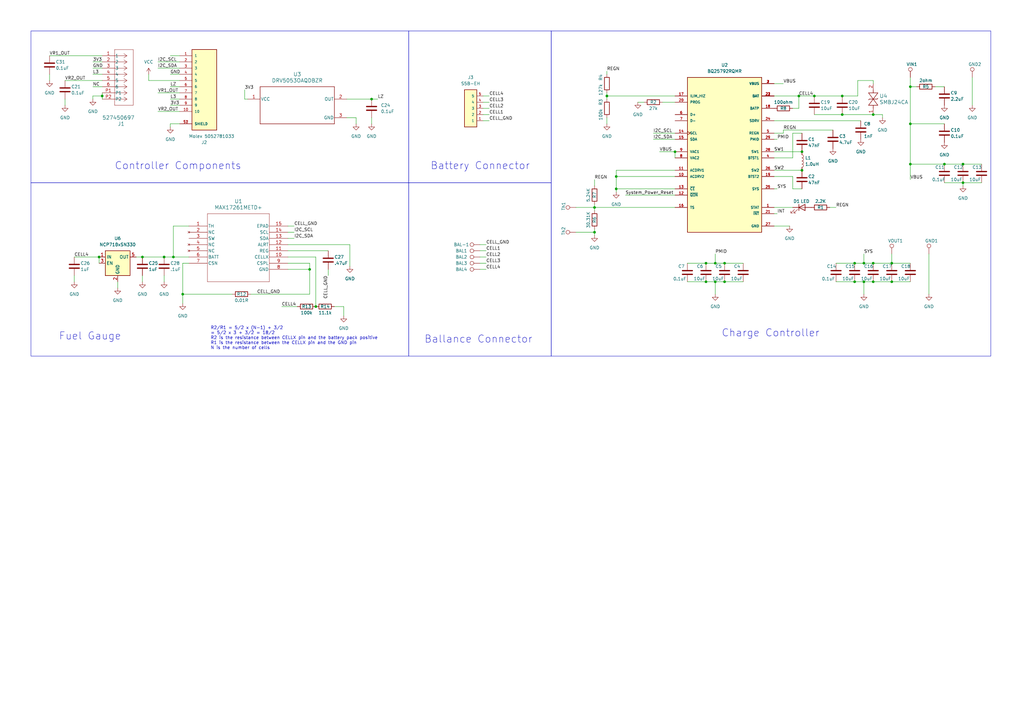
<source format=kicad_sch>
(kicad_sch (version 20230121) (generator eeschema)
  (paper "A3")
  (lib_symbols
    (symbol "2023-06-25_22-00-34:527450697" (pin_names (offset 0.254))
      (property "Reference" "J" (at 8.89 6.35 0))
      (property "Value" "527450697" (at 0 0 0))
      (symbol "527450697_1_1"
        (polyline (pts (xy 5.08 -20.32) (xy 12.7 -20.32)) (stroke (width 0.127)))
        (polyline (pts (xy 5.08 2.54) (xy 5.08 -20.32)) (stroke (width 0.127)))
        (polyline (pts (xy 10.16 -17.78) (xy 5.08 -17.78)) (stroke (width 0.127)))
        (polyline (pts (xy 10.16 -17.78) (xy 8.89 -18.6267)) (stroke (width 0.127)))
        (polyline (pts (xy 10.16 -17.78) (xy 8.89 -16.9333)) (stroke (width 0.127)))
        (polyline (pts (xy 10.16 -15.24) (xy 5.08 -15.24)) (stroke (width 0.127)))
        (polyline (pts (xy 10.16 -15.24) (xy 8.89 -16.0867)) (stroke (width 0.127)))
        (polyline (pts (xy 10.16 -15.24) (xy 8.89 -14.3933)) (stroke (width 0.127)))
        (polyline (pts (xy 10.16 -12.7) (xy 5.08 -12.7)) (stroke (width 0.127)))
        (polyline (pts (xy 10.16 -12.7) (xy 8.89 -13.5467)) (stroke (width 0.127)))
        (polyline (pts (xy 10.16 -12.7) (xy 8.89 -11.8533)) (stroke (width 0.127)))
        (polyline (pts (xy 10.16 -10.16) (xy 5.08 -10.16)) (stroke (width 0.127)))
        (polyline (pts (xy 10.16 -10.16) (xy 8.89 -11.0067)) (stroke (width 0.127)))
        (polyline (pts (xy 10.16 -10.16) (xy 8.89 -9.3133)) (stroke (width 0.127)))
        (polyline (pts (xy 10.16 -7.62) (xy 5.08 -7.62)) (stroke (width 0.127)))
        (polyline (pts (xy 10.16 -7.62) (xy 8.89 -8.4667)) (stroke (width 0.127)))
        (polyline (pts (xy 10.16 -7.62) (xy 8.89 -6.7733)) (stroke (width 0.127)))
        (polyline (pts (xy 10.16 -5.08) (xy 5.08 -5.08)) (stroke (width 0.127)))
        (polyline (pts (xy 10.16 -5.08) (xy 8.89 -5.9267)) (stroke (width 0.127)))
        (polyline (pts (xy 10.16 -5.08) (xy 8.89 -4.2333)) (stroke (width 0.127)))
        (polyline (pts (xy 10.16 -2.54) (xy 5.08 -2.54)) (stroke (width 0.127)))
        (polyline (pts (xy 10.16 -2.54) (xy 8.89 -3.3867)) (stroke (width 0.127)))
        (polyline (pts (xy 10.16 -2.54) (xy 8.89 -1.6933)) (stroke (width 0.127)))
        (polyline (pts (xy 10.16 0) (xy 5.08 0)) (stroke (width 0.127)))
        (polyline (pts (xy 10.16 0) (xy 8.89 -0.8467)) (stroke (width 0.127)))
        (polyline (pts (xy 10.16 0) (xy 8.89 0.8467)) (stroke (width 0.127)))
        (polyline (pts (xy 12.7 -20.32) (xy 12.7 2.54)) (stroke (width 0.127)))
        (polyline (pts (xy 12.7 2.54) (xy 5.08 2.54)) (stroke (width 0.127)))
        (pin unspecified line (at 0 0 0) (length 5.08) (name "1") (number "1"))
        (pin unspecified line (at 0 -2.54 0) (length 5.08) (name "2") (number "2"))
        (pin unspecified line (at 0 -5.08 0) (length 5.08) (name "3") (number "3"))
        (pin unspecified line (at 0 -7.62 0) (length 5.08) (name "4") (number "4"))
        (pin unspecified line (at 0 -10.16 0) (length 5.08) (name "5") (number "5"))
        (pin unspecified line (at 0 -12.7 0) (length 5.08) (name "6") (number "6"))
        (pin unspecified line (at 0 -15.24 0) (length 5.08) (name "P1") (number "P1"))
        (pin unspecified line (at 0 -17.78 0) (length 5.08) (name "P2") (number "P2"))
      )
      (symbol "527450697_1_2"
        (polyline (pts (xy 5.08 -20.32) (xy 12.7 -20.32)) (stroke (width 0.127)))
        (polyline (pts (xy 5.08 2.54) (xy 5.08 -20.32)) (stroke (width 0.127)))
        (polyline (pts (xy 7.62 -17.78) (xy 5.08 -17.78)) (stroke (width 0.127)))
        (polyline (pts (xy 7.62 -17.78) (xy 8.89 -18.6267)) (stroke (width 0.127)))
        (polyline (pts (xy 7.62 -17.78) (xy 8.89 -16.9333)) (stroke (width 0.127)))
        (polyline (pts (xy 7.62 -15.24) (xy 5.08 -15.24)) (stroke (width 0.127)))
        (polyline (pts (xy 7.62 -15.24) (xy 8.89 -16.0867)) (stroke (width 0.127)))
        (polyline (pts (xy 7.62 -15.24) (xy 8.89 -14.3933)) (stroke (width 0.127)))
        (polyline (pts (xy 7.62 -12.7) (xy 5.08 -12.7)) (stroke (width 0.127)))
        (polyline (pts (xy 7.62 -12.7) (xy 8.89 -13.5467)) (stroke (width 0.127)))
        (polyline (pts (xy 7.62 -12.7) (xy 8.89 -11.8533)) (stroke (width 0.127)))
        (polyline (pts (xy 7.62 -10.16) (xy 5.08 -10.16)) (stroke (width 0.127)))
        (polyline (pts (xy 7.62 -10.16) (xy 8.89 -11.0067)) (stroke (width 0.127)))
        (polyline (pts (xy 7.62 -10.16) (xy 8.89 -9.3133)) (stroke (width 0.127)))
        (polyline (pts (xy 7.62 -7.62) (xy 5.08 -7.62)) (stroke (width 0.127)))
        (polyline (pts (xy 7.62 -7.62) (xy 8.89 -8.4667)) (stroke (width 0.127)))
        (polyline (pts (xy 7.62 -7.62) (xy 8.89 -6.7733)) (stroke (width 0.127)))
        (polyline (pts (xy 7.62 -5.08) (xy 5.08 -5.08)) (stroke (width 0.127)))
        (polyline (pts (xy 7.62 -5.08) (xy 8.89 -5.9267)) (stroke (width 0.127)))
        (polyline (pts (xy 7.62 -5.08) (xy 8.89 -4.2333)) (stroke (width 0.127)))
        (polyline (pts (xy 7.62 -2.54) (xy 5.08 -2.54)) (stroke (width 0.127)))
        (polyline (pts (xy 7.62 -2.54) (xy 8.89 -3.3867)) (stroke (width 0.127)))
        (polyline (pts (xy 7.62 -2.54) (xy 8.89 -1.6933)) (stroke (width 0.127)))
        (polyline (pts (xy 7.62 0) (xy 5.08 0)) (stroke (width 0.127)))
        (polyline (pts (xy 7.62 0) (xy 8.89 -0.8467)) (stroke (width 0.127)))
        (polyline (pts (xy 7.62 0) (xy 8.89 0.8467)) (stroke (width 0.127)))
        (polyline (pts (xy 12.7 -20.32) (xy 12.7 2.54)) (stroke (width 0.127)))
        (polyline (pts (xy 12.7 2.54) (xy 5.08 2.54)) (stroke (width 0.127)))
        (pin unspecified line (at 0 0 0) (length 5.08) (name "1") (number "1"))
        (pin unspecified line (at 0 -2.54 0) (length 5.08) (name "2") (number "2"))
        (pin unspecified line (at 0 -5.08 0) (length 5.08) (name "3") (number "3"))
        (pin unspecified line (at 0 -7.62 0) (length 5.08) (name "4") (number "4"))
        (pin unspecified line (at 0 -10.16 0) (length 5.08) (name "5") (number "5"))
        (pin unspecified line (at 0 -12.7 0) (length 5.08) (name "6") (number "6"))
        (pin unspecified line (at 0 -15.24 0) (length 5.08) (name "P1") (number "P1"))
        (pin unspecified line (at 0 -17.78 0) (length 5.08) (name "P2") (number "P2"))
      )
    )
    (symbol "BQ25792RQMR:BQ25792RQMR" (pin_names (offset 1.016))
      (property "Reference" "U" (at -15.24 35.56 0))
      (property "Value" "BQ25792RQMR" (at -15.24 -33.02 0))
      (symbol "BQ25792RQMR_0_0"
        (rectangle (start -15.24 -30.48) (end 15.24 33.02) (stroke (width 0.254)) (fill (type background)))
        (pin output line (at 20.32 -20.32 180) (length 5.08) (name "STAT") (number "1"))
        (pin power_in line (at -20.32 -7.62 0) (length 5.08) (name "ACDRV2") (number "10"))
        (pin power_in line (at -20.32 -5.08 0) (length 5.08) (name "ACDRV1") (number "11"))
        (pin input line (at -20.32 -15.24 0) (length 5.08) (name "~{QON}") (number "12"))
        (pin input line (at -20.32 -12.7 0) (length 5.08) (name "~{CE}") (number "13"))
        (pin input clock (at -20.32 10.16 0) (length 5.08) (name "SCL") (number "14"))
        (pin bidirectional line (at -20.32 7.62 0) (length 5.08) (name "SDA") (number "15"))
        (pin input line (at -20.32 -20.32 0) (length 5.08) (name "TS") (number "16"))
        (pin input line (at -20.32 25.4 0) (length 5.08) (name "ILIM_HIZ") (number "17"))
        (pin power_in line (at 20.32 20.32 180) (length 5.08) (name "BATP") (number "18"))
        (pin power_in line (at 20.32 -7.62 180) (length 5.08) (name "BTST2") (number "19"))
        (pin power_in line (at 20.32 30.48 180) (length 5.08) (name "VBUS") (number "2"))
        (pin input line (at -20.32 22.86 0) (length 5.08) (name "PROG") (number "20"))
        (pin output line (at 20.32 -22.86 180) (length 5.08) (name "~{INT}") (number "21"))
        (pin power_in line (at 20.32 25.4 180) (length 5.08) (name "BAT") (number "22"))
        (pin power_in line (at 20.32 25.4 180) (length 5.08) (name "BAT") (number "23"))
        (pin power_in line (at 20.32 15.24 180) (length 5.08) (name "SDRV") (number "24"))
        (pin power_in line (at 20.32 -12.7 180) (length 5.08) (name "SYS") (number "25"))
        (pin power_in line (at 20.32 -5.08 180) (length 5.08) (name "SW2") (number "26"))
        (pin power_in line (at 20.32 -27.94 180) (length 5.08) (name "GND") (number "27"))
        (pin power_in line (at 20.32 2.54 180) (length 5.08) (name "SW1") (number "28"))
        (pin power_in line (at 20.32 7.62 180) (length 5.08) (name "PMID") (number "29"))
        (pin power_in line (at 20.32 30.48 180) (length 5.08) (name "VBUS") (number "3"))
        (pin power_in line (at 20.32 0 180) (length 5.08) (name "BTST1") (number "4"))
        (pin power_in line (at 20.32 10.16 180) (length 5.08) (name "REGN") (number "5"))
        (pin bidirectional line (at -20.32 17.78 0) (length 5.08) (name "D+") (number "6"))
        (pin bidirectional line (at -20.32 15.24 0) (length 5.08) (name "D-") (number "7"))
        (pin power_in line (at -20.32 0 0) (length 5.08) (name "VAC2") (number "8"))
        (pin power_in line (at -20.32 2.54 0) (length 5.08) (name "VAC1") (number "9"))
      )
    )
    (symbol "Connector:TestPoint" (pin_numbers hide) (pin_names (offset 0.762) hide)
      (property "Reference" "TP" (at 0 6.858 0))
      (property "Value" "TestPoint" (at 0 5.08 0))
      (symbol "TestPoint_0_1"
        (circle (center 0 3.302) (radius 0.762))
      )
      (symbol "TestPoint_1_1"
        (pin passive line (at 0 0 90) (length 2.54) (name "1") (number "1"))
      )
    )
    (symbol "DRV5053OAQDBZR:DRV5053OAQDBZR" (pin_names (offset 0.254))
      (property "Reference" "U" (at 0 2.54 0))
      (property "Value" "DRV5053OAQDBZR" (at 0 0 0))
      (symbol "DRV5053OAQDBZR_0_1"
        (polyline (pts (xy -15.24 -7.62) (xy 15.24 -7.62)) (stroke (width 0.2032)))
        (polyline (pts (xy -15.24 7.62) (xy -15.24 -7.62)) (stroke (width 0.2032)))
        (polyline (pts (xy 15.24 -7.62) (xy 15.24 7.62)) (stroke (width 0.2032)))
        (polyline (pts (xy 15.24 7.62) (xy -15.24 7.62)) (stroke (width 0.2032)))
        (pin power_in line (at -20.32 2.54 0) (length 5.08) (name "VCC") (number "1"))
        (pin output line (at 20.32 2.54 180) (length 5.08) (name "OUT") (number "2"))
        (pin power_in line (at 20.32 -5.08 180) (length 5.08) (name "GND") (number "3"))
      )
    )
    (symbol "Device:C" (pin_numbers hide) (pin_names (offset 0.254))
      (property "Reference" "C" (at 0.635 2.54 0))
      (property "Value" "C" (at 0.635 -2.54 0))
      (symbol "C_0_1"
        (polyline (pts (xy -2.032 -0.762) (xy 2.032 -0.762)) (stroke (width 0.508)))
        (polyline (pts (xy -2.032 0.762) (xy 2.032 0.762)) (stroke (width 0.508)))
      )
      (symbol "C_1_1"
        (pin passive line (at 0 3.81 270) (length 2.794) (name "~") (number "1"))
        (pin passive line (at 0 -3.81 90) (length 2.794) (name "~") (number "2"))
      )
    )
    (symbol "Device:L" (pin_numbers hide) (pin_names (offset 1.016) hide)
      (property "Reference" "L" (at -1.27 0 90))
      (property "Value" "L" (at 1.905 0 90))
      (symbol "L_0_1"
        (arc (start 0 -2.54) (mid 0.6323 -1.905) (end 0 -1.27))
        (arc (start 0 -1.27) (mid 0.6323 -0.635) (end 0 0))
        (arc (start 0 0) (mid 0.6323 0.635) (end 0 1.27))
        (arc (start 0 1.27) (mid 0.6323 1.905) (end 0 2.54))
      )
      (symbol "L_1_1"
        (pin passive line (at 0 3.81 270) (length 1.27) (name "1") (number "1"))
        (pin passive line (at 0 -3.81 90) (length 1.27) (name "2") (number "2"))
      )
    )
    (symbol "Device:LED" (pin_numbers hide) (pin_names (offset 1.016) hide)
      (property "Reference" "D" (at 0 2.54 0))
      (property "Value" "LED" (at 0 -2.54 0))
      (symbol "LED_0_1"
        (polyline (pts (xy -1.27 -1.27) (xy -1.27 1.27)) (stroke (width 0.254)))
        (polyline (pts (xy -1.27 0) (xy 1.27 0)))
        (polyline (pts (xy 1.27 -1.27) (xy 1.27 1.27) (xy -1.27 0) (xy 1.27 -1.27)) (stroke (width 0.254)))
        (polyline (pts (xy -3.048 -0.762) (xy -4.572 -2.286) (xy -3.81 -2.286) (xy -4.572 -2.286) (xy -4.572 -1.524)))
        (polyline (pts (xy -1.778 -0.762) (xy -3.302 -2.286) (xy -2.54 -2.286) (xy -3.302 -2.286) (xy -3.302 -1.524)))
      )
      (symbol "LED_1_1"
        (pin passive line (at -3.81 0 0) (length 2.54) (name "K") (number "1"))
        (pin passive line (at 3.81 0 180) (length 2.54) (name "A") (number "2"))
      )
    )
    (symbol "Device:R" (pin_numbers hide) (pin_names (offset 0))
      (property "Reference" "R" (at 2.032 0 90))
      (property "Value" "R" (at 0 0 90))
      (symbol "R_0_1"
        (rectangle (start -1.016 -2.54) (end 1.016 2.54) (stroke (width 0.254)))
      )
      (symbol "R_1_1"
        (pin passive line (at 0 3.81 270) (length 1.27) (name "~") (number "1"))
        (pin passive line (at 0 -3.81 90) (length 1.27) (name "~") (number "2"))
      )
    )
    (symbol "FFC2B28-10-G:FFC2B28-10-G" (pin_names (offset 1.016))
      (property "Reference" "J" (at -5.08 16.002 0))
      (property "Value" "FFC2B28-10-G" (at -5.08 -20.32 0))
      (symbol "FFC2B28-10-G_0_0"
        (rectangle (start -5.08 -17.78) (end 5.08 15.24) (stroke (width 0.254)) (fill (type background)))
        (pin passive line (at -10.16 12.7 0) (length 5.08) (name "1") (number "1"))
        (pin passive line (at -10.16 -10.16 0) (length 5.08) (name "10") (number "10"))
        (pin passive line (at -10.16 10.16 0) (length 5.08) (name "2") (number "2"))
        (pin passive line (at -10.16 7.62 0) (length 5.08) (name "3") (number "3"))
        (pin passive line (at -10.16 5.08 0) (length 5.08) (name "4") (number "4"))
        (pin passive line (at -10.16 2.54 0) (length 5.08) (name "5") (number "5"))
        (pin passive line (at -10.16 0 0) (length 5.08) (name "6") (number "6"))
        (pin passive line (at -10.16 -2.54 0) (length 5.08) (name "7") (number "7"))
        (pin passive line (at -10.16 -5.08 0) (length 5.08) (name "8") (number "8"))
        (pin passive line (at -10.16 -7.62 0) (length 5.08) (name "9") (number "9"))
        (pin passive line (at -10.16 -15.24 0) (length 5.08) (name "SHIELD") (number "S1"))
        (pin passive line (at -10.16 -15.24 0) (length 5.08) (name "SHIELD") (number "S2"))
      )
    )
    (symbol "MAX17261METD:MAX17261METD+" (pin_names (offset 0.254))
      (property "Reference" "U" (at 20.32 10.16 0))
      (property "Value" "MAX17261METD+" (at 20.32 7.62 0))
      (symbol "MAX17261METD+_0_1"
        (polyline (pts (xy 7.62 -22.86) (xy 33.02 -22.86)) (stroke (width 0.127)))
        (polyline (pts (xy 7.62 5.08) (xy 7.62 -22.86)) (stroke (width 0.127)))
        (polyline (pts (xy 33.02 -22.86) (xy 33.02 5.08)) (stroke (width 0.127)))
        (polyline (pts (xy 33.02 5.08) (xy 7.62 5.08)) (stroke (width 0.127)))
        (pin unspecified line (at 0 0 0) (length 7.62) (name "TH") (number "1"))
        (pin unspecified line (at 40.64 -12.7 180) (length 7.62) (name "CELLX") (number "10"))
        (pin unspecified line (at 40.64 -10.16 180) (length 7.62) (name "REG") (number "11"))
        (pin unspecified line (at 40.64 -7.62 180) (length 7.62) (name "ALRT") (number "12"))
        (pin unspecified line (at 40.64 -5.08 180) (length 7.62) (name "SDA") (number "13"))
        (pin unspecified line (at 40.64 -2.54 180) (length 7.62) (name "SCL") (number "14"))
        (pin unspecified line (at 40.64 0 180) (length 7.62) (name "EPAD") (number "15"))
        (pin no_connect line (at 0 -2.54 0) (length 7.62) (name "NC") (number "2"))
        (pin unspecified line (at 0 -5.08 0) (length 7.62) (name "SW") (number "3"))
        (pin no_connect line (at 0 -7.62 0) (length 7.62) (name "NC") (number "4"))
        (pin no_connect line (at 0 -10.16 0) (length 7.62) (name "NC") (number "5"))
        (pin unspecified line (at 0 -12.7 0) (length 7.62) (name "BATT") (number "6"))
        (pin unspecified line (at 0 -15.24 0) (length 7.62) (name "CSN") (number "7"))
        (pin power_out line (at 40.64 -17.78 180) (length 7.62) (name "GND") (number "8"))
        (pin unspecified line (at 40.64 -15.24 180) (length 7.62) (name "CSPL") (number "9"))
      )
    )
    (symbol "Regulator_Linear:NCP718xSN330"
      (property "Reference" "U" (at -3.81 6.35 0))
      (property "Value" "NCP718xSN330" (at 6.35 6.35 0))
      (symbol "NCP718xSN330_0_1"
        (rectangle (start -5.08 -5.08) (end 5.08 5.08) (stroke (width 0.254)) (fill (type background)))
        (pin power_in line (at -7.62 2.54 0) (length 2.54) (name "IN") (number "1"))
        (pin power_in line (at 0 -7.62 90) (length 2.54) (name "GND") (number "2"))
        (pin input line (at -7.62 0 0) (length 2.54) (name "EN") (number "3"))
        (pin no_connect line (at 5.08 0 180) (length 2.54) hide (name "NC") (number "4"))
        (pin power_out line (at 7.62 2.54 180) (length 2.54) (name "OUT") (number "5"))
      )
    )
    (symbol "S5B-EH:S5B-EH" (pin_names (offset 1.016))
      (property "Reference" "J" (at -1.27 8.89 0))
      (property "Value" "S5B-EH" (at -1.27 -8.89 90))
      (symbol "S5B-EH_0_0"
        (rectangle (start 0 -7.62) (end 5.08 7.62) (stroke (width 0.254)) (fill (type background)))
        (pin passive line (at 7.62 -5.08 180) (length 2.54) (name "1") (number "1"))
        (pin passive line (at 7.62 -2.54 180) (length 2.54) (name "2") (number "2"))
        (pin passive line (at 7.62 0 180) (length 2.54) (name "3") (number "3"))
        (pin passive line (at 7.62 2.54 180) (length 2.54) (name "4") (number "4"))
        (pin passive line (at 7.62 5.08 180) (length 2.54) (name "5") (number "5"))
      )
    )
    (symbol "SMBJ24CA:SMBJ24CA" (pin_names (offset 0.254))
      (property "Reference" "U" (at 5.08 4.445 0))
      (property "Value" "SMBJ24CA" (at 5.08 -3.81 0))
      (symbol "SMBJ24CA_0_1"
        (polyline (pts (xy 2.54 0) (xy 3.4798 0)) (stroke (width 0.2032)))
        (polyline (pts (xy 3.175 0) (xy 3.81 0)) (stroke (width 0.2032)))
        (polyline (pts (xy 3.81 -1.905) (xy 6.35 0)) (stroke (width 0.2032)))
        (polyline (pts (xy 3.81 1.905) (xy 3.81 -1.905)) (stroke (width 0.2032)))
        (polyline (pts (xy 6.35 -1.5875) (xy 6.6675 -1.905)) (stroke (width 0.2032)))
        (polyline (pts (xy 6.35 0) (xy 3.81 1.905)) (stroke (width 0.2032)))
        (polyline (pts (xy 6.35 0) (xy 8.89 -1.905)) (stroke (width 0.2032)))
        (polyline (pts (xy 6.35 1.5875) (xy 6.0325 1.905)) (stroke (width 0.2032)))
        (polyline (pts (xy 6.35 1.5875) (xy 6.35 -1.5875)) (stroke (width 0.2032)))
        (polyline (pts (xy 8.89 -1.905) (xy 8.89 1.905)) (stroke (width 0.2032)))
        (polyline (pts (xy 8.89 0) (xy 10.16 0)) (stroke (width 0.2032)))
        (polyline (pts (xy 8.89 1.905) (xy 6.35 0)) (stroke (width 0.2032)))
        (pin unspecified line (at 12.7 0 180) (length 2.54) (name "") (number "1"))
        (pin unspecified line (at 0 0 0) (length 2.54) (name "") (number "2"))
      )
    )
    (symbol "power:GND" (power) (pin_names (offset 0))
      (property "Value" "GND" (at 0 -3.81 0))
      (symbol "GND_0_1"
        (polyline (pts (xy 0 0) (xy 0 -1.27) (xy 1.27 -1.27) (xy 0 -2.54) (xy -1.27 -1.27) (xy 0 -1.27)))
      )
      (symbol "GND_1_1"
        (pin power_in line (at 0 0 270) (length 0) hide (name "GND") (number "1"))
      )
    )
    (symbol "power:VCC" (power) (pin_names (offset 0))
      (property "Value" "VCC" (at 0 3.81 0))
      (symbol "VCC_0_1"
        (polyline (pts (xy -0.762 1.27) (xy 0 2.54)))
        (polyline (pts (xy 0 0) (xy 0 2.54)))
        (polyline (pts (xy 0 2.54) (xy 0.762 1.27)))
      )
      (symbol "VCC_1_1"
        (pin power_in line (at 0 0 90) (length 0) hide (name "VCC") (number "1"))
      )
    )
  )
  (junction (at 394.97 67.31))
  (junction (at 243.84 95.25))
  (junction (at 248.92 39.37))
  (junction (at 328.93 69.85))
  (junction (at 373.38 35.56))
  (junction (at 252.73 72.39))
  (junction (at 387.35 67.31))
  (junction (at 276.86 62.23))
  (junction (at 71.12 105.41))
  (junction (at 40.64 105.41))
  (junction (at 350.52 115.57))
  (junction (at 293.37 107.95))
  (junction (at 327.66 39.37))
  (junction (at 297.18 107.95))
  (junction (at 297.18 115.57))
  (junction (at 289.56 107.95))
  (junction (at 345.44 39.37))
  (junction (at 328.93 62.23))
  (junction (at 365.76 115.57))
  (junction (at 127 110.49))
  (junction (at 58.42 105.41))
  (junction (at 289.56 115.57))
  (junction (at 354.33 115.57))
  (junction (at 350.52 107.95))
  (junction (at 354.33 107.95))
  (junction (at 345.44 46.99))
  (junction (at 373.38 67.31))
  (junction (at 74.93 120.65))
  (junction (at 373.38 50.8))
  (junction (at 358.14 46.99))
  (junction (at 358.14 115.57))
  (junction (at 67.31 105.41))
  (junction (at 152.4 40.64))
  (junction (at 334.01 39.37))
  (junction (at 358.14 107.95))
  (junction (at 129.54 125.73))
  (junction (at 252.73 77.47))
  (junction (at 293.37 115.57))
  (junction (at 41.91 39.37))
  (junction (at 365.76 107.95))
  (junction (at 243.84 85.09))
  (junction (at 394.97 74.93))
  (wire (pts (xy 67.31 105.41) (xy 71.12 105.41)))
  (wire (pts (xy 115.57 125.73) (xy 121.92 125.73)))
  (wire (pts (xy 73.66 50.8) (xy 69.85 50.8)))
  (wire (pts (xy 140.97 125.73) (xy 140.97 129.54)))
  (wire (pts (xy 281.94 107.95) (xy 289.56 107.95)))
  (wire (pts (xy 64.77 25.4) (xy 73.66 25.4)))
  (wire (pts (xy 142.24 40.64) (xy 152.4 40.64)))
  (wire (pts (xy 317.5 64.77) (xy 325.12 64.77)))
  (wire (pts (xy 361.95 46.99) (xy 361.95 48.26)))
  (wire (pts (xy 334.01 46.99) (xy 345.44 46.99)))
  (wire (pts (xy 394.97 74.93) (xy 394.97 76.2)))
  (wire (pts (xy 387.35 74.93) (xy 394.97 74.93)))
  (wire (pts (xy 236.22 95.25) (xy 243.84 95.25)))
  (wire (pts (xy 198.12 44.45) (xy 200.66 44.45)))
  (wire (pts (xy 394.97 74.93) (xy 402.59 74.93)))
  (wire (pts (xy 118.11 97.79) (xy 120.65 97.79)))
  (wire (pts (xy 261.62 41.91) (xy 264.16 41.91)))
  (wire (pts (xy 276.86 62.23) (xy 276.86 64.77)))
  (wire (pts (xy 40.64 105.41) (xy 40.64 107.95)))
  (wire (pts (xy 321.31 54.61) (xy 321.31 53.34)))
  (wire (pts (xy 342.9 115.57) (xy 350.52 115.57)))
  (wire (pts (xy 317.5 39.37) (xy 327.66 39.37)))
  (wire (pts (xy 48.26 115.57) (xy 48.26 118.11)))
  (wire (pts (xy 64.77 45.72) (xy 73.66 45.72)))
  (wire (pts (xy 252.73 77.47) (xy 252.73 72.39)))
  (wire (pts (xy 196.85 100.33) (xy 199.39 100.33)))
  (wire (pts (xy 252.73 77.47) (xy 276.86 77.47)))
  (wire (pts (xy 196.85 110.49) (xy 199.39 110.49)))
  (wire (pts (xy 198.12 49.53) (xy 200.66 49.53)))
  (wire (pts (xy 118.11 95.25) (xy 120.65 95.25)))
  (wire (pts (xy 67.31 113.03) (xy 67.31 115.57)))
  (wire (pts (xy 236.22 85.09) (xy 243.84 85.09)))
  (wire (pts (xy 38.1 30.48) (xy 41.91 30.48)))
  (wire (pts (xy 383.54 35.56) (xy 387.35 35.56)))
  (wire (pts (xy 41.91 38.1) (xy 41.91 39.37)))
  (wire (pts (xy 248.92 48.26) (xy 248.92 50.8)))
  (wire (pts (xy 55.88 105.41) (xy 58.42 105.41)))
  (wire (pts (xy 118.11 100.33) (xy 143.51 100.33)))
  (wire (pts (xy 243.84 96.52) (xy 243.84 95.25)))
  (wire (pts (xy 248.92 39.37) (xy 248.92 38.1)))
  (wire (pts (xy 243.84 85.09) (xy 276.86 85.09)))
  (wire (pts (xy 297.18 107.95) (xy 304.8 107.95)))
  (wire (pts (xy 134.62 110.49) (xy 134.62 113.03)))
  (wire (pts (xy 394.97 67.31) (xy 402.59 67.31)))
  (wire (pts (xy 325.12 54.61) (xy 328.93 54.61)))
  (wire (pts (xy 243.84 73.66) (xy 243.84 76.2)))
  (wire (pts (xy 327.66 44.45) (xy 327.66 39.37)))
  (wire (pts (xy 64.77 38.1) (xy 73.66 38.1)))
  (wire (pts (xy 69.85 50.8) (xy 69.85 52.07)))
  (wire (pts (xy 317.5 85.09) (xy 325.12 85.09)))
  (wire (pts (xy 100.33 36.83) (xy 100.33 40.64)))
  (wire (pts (xy 358.14 107.95) (xy 365.76 107.95)))
  (wire (pts (xy 293.37 104.14) (xy 293.37 107.95)))
  (wire (pts (xy 41.91 39.37) (xy 41.91 40.64)))
  (wire (pts (xy 60.96 33.02) (xy 60.96 30.48)))
  (wire (pts (xy 152.4 40.64) (xy 154.94 40.64)))
  (wire (pts (xy 373.38 67.31) (xy 373.38 50.8)))
  (wire (pts (xy 325.12 72.39) (xy 325.12 77.47)))
  (wire (pts (xy 373.38 67.31) (xy 373.38 73.66)))
  (wire (pts (xy 248.92 29.21) (xy 248.92 30.48)))
  (wire (pts (xy 95.25 120.65) (xy 74.93 120.65)))
  (wire (pts (xy 248.92 39.37) (xy 248.92 40.64)))
  (wire (pts (xy 354.33 104.14) (xy 354.33 107.95)))
  (wire (pts (xy 252.73 78.74) (xy 252.73 77.47)))
  (wire (pts (xy 354.33 107.95) (xy 358.14 107.95)))
  (wire (pts (xy 196.85 102.87) (xy 199.39 102.87)))
  (wire (pts (xy 293.37 107.95) (xy 297.18 107.95)))
  (wire (pts (xy 398.78 31.75) (xy 398.78 43.18)))
  (wire (pts (xy 317.5 77.47) (xy 318.77 77.47)))
  (wire (pts (xy 321.31 53.34) (xy 341.63 53.34)))
  (wire (pts (xy 317.5 49.53) (xy 353.06 49.53)))
  (wire (pts (xy 26.67 33.02) (xy 41.91 33.02)))
  (wire (pts (xy 71.12 92.71) (xy 71.12 105.41)))
  (wire (pts (xy 243.84 85.09) (xy 243.84 86.36)))
  (wire (pts (xy 146.05 48.26) (xy 146.05 50.8)))
  (wire (pts (xy 118.11 107.95) (xy 127 107.95)))
  (wire (pts (xy 198.12 41.91) (xy 200.66 41.91)))
  (wire (pts (xy 281.94 115.57) (xy 289.56 115.57)))
  (wire (pts (xy 293.37 115.57) (xy 297.18 115.57)))
  (wire (pts (xy 137.16 125.73) (xy 140.97 125.73)))
  (wire (pts (xy 74.93 120.65) (xy 74.93 107.95)))
  (wire (pts (xy 358.14 33.02) (xy 358.14 34.29)))
  (wire (pts (xy 69.85 40.64) (xy 73.66 40.64)))
  (wire (pts (xy 152.4 50.8) (xy 152.4 48.26)))
  (wire (pts (xy 373.38 31.75) (xy 373.38 35.56)))
  (wire (pts (xy 365.76 104.14) (xy 365.76 107.95)))
  (wire (pts (xy 317.5 62.23) (xy 328.93 62.23)))
  (wire (pts (xy 351.79 33.02) (xy 358.14 33.02)))
  (wire (pts (xy 289.56 107.95) (xy 293.37 107.95)))
  (wire (pts (xy 267.97 54.61) (xy 276.86 54.61)))
  (wire (pts (xy 30.48 113.03) (xy 30.48 115.57)))
  (wire (pts (xy 118.11 92.71) (xy 120.65 92.71)))
  (wire (pts (xy 71.12 105.41) (xy 77.47 105.41)))
  (wire (pts (xy 38.1 25.4) (xy 41.91 25.4)))
  (wire (pts (xy 327.66 39.37) (xy 334.01 39.37)))
  (wire (pts (xy 69.85 22.86) (xy 73.66 22.86)))
  (wire (pts (xy 142.24 48.26) (xy 146.05 48.26)))
  (wire (pts (xy 289.56 115.57) (xy 293.37 115.57)))
  (wire (pts (xy 100.33 40.64) (xy 101.6 40.64)))
  (wire (pts (xy 373.38 35.56) (xy 375.92 35.56)))
  (wire (pts (xy 345.44 39.37) (xy 351.79 39.37)))
  (wire (pts (xy 69.85 35.56) (xy 73.66 35.56)))
  (wire (pts (xy 354.33 115.57) (xy 358.14 115.57)))
  (wire (pts (xy 276.86 39.37) (xy 248.92 39.37)))
  (wire (pts (xy 334.01 39.37) (xy 345.44 39.37)))
  (wire (pts (xy 143.51 100.33) (xy 143.51 109.22)))
  (wire (pts (xy 198.12 46.99) (xy 200.66 46.99)))
  (wire (pts (xy 358.14 46.99) (xy 361.95 46.99)))
  (wire (pts (xy 196.85 105.41) (xy 199.39 105.41)))
  (wire (pts (xy 387.35 67.31) (xy 394.97 67.31)))
  (wire (pts (xy 325.12 44.45) (xy 327.66 44.45)))
  (wire (pts (xy 350.52 107.95) (xy 354.33 107.95)))
  (wire (pts (xy 317.5 54.61) (xy 321.31 54.61)))
  (wire (pts (xy 252.73 72.39) (xy 276.86 72.39)))
  (wire (pts (xy 77.47 92.71) (xy 71.12 92.71)))
  (wire (pts (xy 58.42 105.41) (xy 67.31 105.41)))
  (wire (pts (xy 354.33 115.57) (xy 354.33 120.65)))
  (wire (pts (xy 325.12 64.77) (xy 325.12 54.61)))
  (wire (pts (xy 387.35 67.31) (xy 373.38 67.31)))
  (wire (pts (xy 20.32 30.48) (xy 20.32 33.02)))
  (wire (pts (xy 118.11 110.49) (xy 127 110.49)))
  (wire (pts (xy 129.54 105.41) (xy 129.54 125.73)))
  (wire (pts (xy 127 107.95) (xy 127 110.49)))
  (wire (pts (xy 297.18 115.57) (xy 304.8 115.57)))
  (wire (pts (xy 387.35 50.8) (xy 373.38 50.8)))
  (wire (pts (xy 118.11 105.41) (xy 129.54 105.41)))
  (wire (pts (xy 198.12 39.37) (xy 200.66 39.37)))
  (wire (pts (xy 26.67 40.64) (xy 26.67 43.18)))
  (wire (pts (xy 196.85 107.95) (xy 199.39 107.95)))
  (wire (pts (xy 345.44 46.99) (xy 358.14 46.99)))
  (wire (pts (xy 60.96 33.02) (xy 73.66 33.02)))
  (wire (pts (xy 317.5 34.29) (xy 321.31 34.29)))
  (wire (pts (xy 317.5 72.39) (xy 325.12 72.39)))
  (wire (pts (xy 325.12 77.47) (xy 328.93 77.47)))
  (wire (pts (xy 317.5 87.63) (xy 318.77 87.63)))
  (wire (pts (xy 127 120.65) (xy 102.87 120.65)))
  (wire (pts (xy 252.73 69.85) (xy 252.73 72.39)))
  (wire (pts (xy 365.76 107.95) (xy 373.38 107.95)))
  (wire (pts (xy 373.38 50.8) (xy 373.38 35.56)))
  (wire (pts (xy 342.9 107.95) (xy 350.52 107.95)))
  (wire (pts (xy 358.14 115.57) (xy 365.76 115.57)))
  (wire (pts (xy 317.5 92.71) (xy 323.85 92.71)))
  (wire (pts (xy 38.1 35.56) (xy 41.91 35.56)))
  (wire (pts (xy 276.86 69.85) (xy 252.73 69.85)))
  (wire (pts (xy 58.42 113.03) (xy 58.42 115.57)))
  (wire (pts (xy 69.85 43.18) (xy 73.66 43.18)))
  (wire (pts (xy 243.84 95.25) (xy 243.84 93.98)))
  (wire (pts (xy 74.93 107.95) (xy 77.47 107.95)))
  (wire (pts (xy 317.5 57.15) (xy 318.77 57.15)))
  (wire (pts (xy 293.37 115.57) (xy 293.37 120.65)))
  (wire (pts (xy 271.78 41.91) (xy 276.86 41.91)))
  (wire (pts (xy 38.1 39.37) (xy 38.1 40.64)))
  (wire (pts (xy 270.51 62.23) (xy 276.86 62.23)))
  (wire (pts (xy 69.85 30.48) (xy 73.66 30.48)))
  (wire (pts (xy 38.1 27.94) (xy 41.91 27.94)))
  (wire (pts (xy 243.84 83.82) (xy 243.84 85.09)))
  (wire (pts (xy 127 110.49) (xy 127 120.65)))
  (wire (pts (xy 256.54 80.01) (xy 276.86 80.01)))
  (wire (pts (xy 20.32 22.86) (xy 41.91 22.86)))
  (wire (pts (xy 30.48 105.41) (xy 40.64 105.41)))
  (wire (pts (xy 381 104.14) (xy 381 120.65)))
  (wire (pts (xy 350.52 115.57) (xy 354.33 115.57)))
  (wire (pts (xy 351.79 39.37) (xy 351.79 33.02)))
  (wire (pts (xy 118.11 102.87) (xy 134.62 102.87)))
  (wire (pts (xy 64.77 27.94) (xy 73.66 27.94)))
  (wire (pts (xy 340.36 85.09) (xy 342.9 85.09)))
  (wire (pts (xy 74.93 120.65) (xy 74.93 124.46)))
  (wire (pts (xy 41.91 39.37) (xy 38.1 39.37)))
  (wire (pts (xy 267.97 57.15) (xy 276.86 57.15)))
  (wire (pts (xy 317.5 69.85) (xy 328.93 69.85)))
  (wire (pts (xy 365.76 115.57) (xy 373.38 115.57)))
  (rectangle (start 226.06 12.7) (end 406.4 146.05))
  (rectangle (start 12.7 74.93) (end 167.64 146.05))
  (rectangle (start 12.7 12.7) (end 167.64 74.93))
  (rectangle (start 167.64 74.93) (end 226.06 146.05))
  (rectangle (start 167.64 12.7) (end 226.06 74.93))
  (text "Ballance Connector" (at 173.99 140.97 0) (effects (font (size 3 3)) (justify left bottom)))
  (text "Controller Components" (at 46.99 69.85 0) (effects (font (size 3 3)) (justify left bottom)))
  (text "Fuel Gauge" (at 24.13 139.7 0) (effects (font (size 3 3)) (justify left bottom)))
  (text "R2/R1 = 5/2 x (N-1) + 3/2\n= 5/2 x 3 + 3/2 = 18/2\nR2 is the resistance between CELLX pin and the battery pack positive\nR1 is the resistance between the CELLX pin and the GND pin\nN is the number of cells" (at 86.36 143.51 0) (effects (font (size 1.27 1.27)) (justify left bottom)))
  (text "Battery Connector" (at 176.53 69.85 0) (effects (font (size 3 3)) (justify left bottom)))
  (text "Charge Controller" (at 295.91 138.43 0) (effects (font (size 3 3)) (justify left bottom)))
  (label "3V3" (at 38.1 25.4 0))
  (label "REGN" (at 243.84 73.66 0))
  (label "CELL3" (at 200.66 41.91 0))
  (label "CELL3" (at 199.39 107.95 0))
  (label "INT" (at 318.77 87.63 0))
  (label "LZ" (at 154.94 40.64 0))
  (label "I2C_SCL" (at 120.65 95.25 0))
  (label "SW2" (at 317.5 69.85 0))
  (label "GND" (at 69.85 30.48 0))
  (label "CELL_GND" (at 105.41 120.65 0))
  (label "L3" (at 38.1 30.48 0))
  (label "VBUS" (at 373.38 73.66 0))
  (label "NC" (at 38.1 35.56 0))
  (label "CELL_GND" (at 120.65 92.71 0))
  (label "CELL4" (at 115.57 125.73 0))
  (label "REGN" (at 248.92 29.21 0))
  (label "SYS" (at 318.77 77.47 0))
  (label "VBUS" (at 321.31 34.29 0))
  (label "CELL4" (at 199.39 110.49 0))
  (label "CELL2" (at 200.66 44.45 0))
  (label "LZ" (at 69.85 35.56 0))
  (label "VR2_OUT" (at 26.67 33.02 0))
  (label "CELL2" (at 199.39 105.41 0))
  (label "I2C_SDA" (at 64.77 27.94 0))
  (label "CELL_GND" (at 134.62 113.03 270))
  (label "VBUS" (at 270.51 62.23 0))
  (label "3V3" (at 100.33 36.83 0))
  (label "CELL1" (at 200.66 46.99 0))
  (label "REGN" (at 342.9 85.09 0))
  (label "I2C_SDA" (at 267.97 57.15 0))
  (label "VR2_OUT" (at 64.77 45.72 0))
  (label "REGN" (at 321.31 53.34 0))
  (label "PMID" (at 318.77 57.15 0))
  (label "I2C_SDA" (at 120.65 97.79 0))
  (label "PMID" (at 293.37 104.14 0))
  (label "I2C_SCL" (at 64.77 25.4 0))
  (label "3V3" (at 69.85 43.18 0))
  (label "CELL_GND" (at 200.66 49.53 0))
  (label "GND" (at 38.1 27.94 0))
  (label "I2C_SCL" (at 267.97 54.61 0))
  (label "L3" (at 69.85 40.64 0))
  (label "SW1" (at 317.5 62.23 0))
  (label "CELL4" (at 200.66 39.37 0))
  (label "CELL_GND" (at 199.39 100.33 0))
  (label "System_Power_Reset" (at 256.54 80.01 0))
  (label "CELL4" (at 327.66 39.37 0))
  (label "CELL1" (at 199.39 102.87 0))
  (label "SYS" (at 354.33 104.14 0))
  (label "VR1_OUT" (at 20.32 22.86 0))
  (label "VR1_OUT" (at 64.77 38.1 0))
  (label "CELL4" (at 30.48 105.41 0))
  (symbol (lib_id "power:VCC") (at 60.96 30.48 0) (unit 1)
    (property "Reference" "#PWR028" (effects hide))
    (property "Value" "VCC" (at 60.96 25.4 0))
  )
  (symbol (lib_id "Device:R") (at 267.97 41.91 90) (unit 1)
    (property "Reference" "R2" (at 267.97 41.91 90))
    (property "Value" "27k" (at 267.97 44.45 90))
    (property "Footprint" "Resistor_SMD:R_0603_1608Metric" (effects hide))
  )
  (symbol (lib_id "Device:R") (at 321.31 44.45 90) (unit 1)
    (property "Reference" "R8" (at 321.31 44.45 90))
    (property "Value" "100ohm" (at 321.31 41.91 90))
    (property "Footprint" "Resistor_SMD:R_0603_1608Metric" (effects hide))
  )
  (symbol (lib_id "Device:C") (at 67.31 109.22 0) (unit 1)
    (property "Reference" "C28" (at 69.85 107.95 0) (effects (justify left)))
    (property "Value" ".1uF" (at 69.85 110.49 0) (effects (justify left)))
    (property "Footprint" "Capacitor_SMD:C_0603_1608Metric" (effects hide))
  )
  (symbol (lib_id "Regulator_Linear:NCP718xSN330") (at 48.26 107.95 0) (unit 1)
    (property "Reference" "U6" (at 48.26 97.79 0))
    (property "Value" "NCP718xSN330" (at 48.26 100.33 0))
    (property "Footprint" "Package_TO_SOT_SMD:SOT-23-5" (effects hide))
    (property "Datasheet" "https://www.onsemi.com/pub/Collateral/NCP718-D.PDF" (effects hide))
  )
  (symbol (lib_id "Device:C") (at 334.01 43.18 0) (unit 1)
    (property "Reference" "C19" (at 336.55 41.91 0) (effects (justify left)))
    (property "Value" "10uF" (at 336.55 44.45 0) (effects (justify left)))
    (property "Footprint" "Capacitor_SMD:C_0603_1608Metric" (effects hide))
  )
  (symbol (lib_id "BQ25792RQMR:BQ25792RQMR") (at 297.18 64.77 0) (unit 1)
    (property "Reference" "U2" (at 297.18 26.67 0))
    (property "Value" "BQ25792RQMR" (at 297.18 29.21 0))
    (property "Footprint" "Library:QFN40P400X400X100-29N" (effects hide))
    (property "Datasheet" "Datasheets/bq25792.pdf" (effects hide))
    (property "PARTREV" "11/2019" (effects hide))
    (property "STANDARD" "Manufacturer Recommendations" (effects hide))
    (property "MAXIMUM_PACKAGE_HEIGHT" "1 mm" (effects hide))
    (property "MANUFACTURER" "Texas Instruments" (effects hide))
  )
  (symbol (lib_id "Device:C") (at 152.4 44.45 0) (unit 1)
    (property "Reference" "C24" (at 156.21 43.18 0) (effects (justify left)))
    (property "Value" "0.1uF" (at 156.21 45.72 0) (effects (justify left)))
    (property "Footprint" "Capacitor_SMD:C_0603_1608Metric" (effects hide))
  )
  (symbol (lib_id "Connector:TestPoint") (at 196.85 107.95 90) (unit 1)
    (property "Reference" "BAL3" (at 189.23 107.95 90))
    (property "Value" "TestPoint" (effects hide))
    (property "Footprint" "TestPoint:TestPoint_Pad_1.0x1.0mm" (effects hide))
  )
  (symbol (lib_id "power:GND") (at 361.95 48.26 0) (unit 1)
    (property "Reference" "#PWR017" (effects hide))
    (property "Value" "GND" (at 361.95 53.34 0))
  )
  (symbol (lib_id "Device:C") (at 26.67 36.83 0) (unit 1)
    (property "Reference" "C21" (at 29.21 35.56 0) (effects (justify left)))
    (property "Value" "0.1uF" (at 29.21 38.1 0) (effects (justify left)))
    (property "Footprint" "Capacitor_SMD:C_0603_1608Metric" (effects hide))
  )
  (symbol (lib_id "Connector:TestPoint") (at 236.22 85.09 90) (unit 1)
    (property "Reference" "Th1" (at 231.14 86.36 0) (effects (justify left)))
    (property "Value" "10K" (effects hide))
    (property "Footprint" "TestPoint:TestPoint_THTPad_D1.0mm_Drill0.5mm" (effects hide))
  )
  (symbol (lib_id "power:GND") (at 30.48 115.57 0) (unit 1)
    (property "Reference" "#PWR018" (effects hide))
    (property "Value" "GND" (at 30.48 120.65 0))
  )
  (symbol (lib_id "Connector:TestPoint") (at 236.22 95.25 90) (unit 1)
    (property "Reference" "Th2" (at 231.14 96.52 0) (effects (justify left)))
    (property "Value" "10K" (effects hide))
    (property "Footprint" "TestPoint:TestPoint_THTPad_D1.0mm_Drill0.5mm" (effects hide))
  )
  (symbol (lib_id "SMBJ24CA:SMBJ24CA") (at 358.14 34.29 270) (unit 1)
    (property "Reference" "U4" (at 360.68 39.37 90) (effects (font (size 1.524 1.524)) (justify left)))
    (property "Value" "SMBJ24CA" (at 360.68 41.91 90) (effects (font (size 1.524 1.524)) (justify left)))
    (property "Footprint" "Parts:SMBJ24CA_LTF" (effects hide))
    (property "Datasheet" "SMBJ24CA" (effects hide))
  )
  (symbol (lib_id "power:GND") (at 323.85 92.71 0) (unit 1)
    (property "Reference" "#PWR05" (effects hide))
    (property "Value" "GND" (at 323.85 97.79 0))
  )
  (symbol (lib_id "Device:C") (at 58.42 109.22 0) (unit 1)
    (property "Reference" "C25" (at 60.96 107.95 0) (effects (justify left)))
    (property "Value" "1uF" (at 60.96 110.49 0) (effects (justify left)))
    (property "Footprint" "Capacitor_SMD:C_0603_1608Metric" (effects hide))
  )
  (symbol (lib_id "power:GND") (at 58.42 115.57 0) (unit 1)
    (property "Reference" "#PWR022" (effects hide))
    (property "Value" "GND" (at 58.42 120.65 0))
  )
  (symbol (lib_id "Device:C") (at 341.63 57.15 0) (unit 1)
    (property "Reference" "C3" (at 344.17 55.88 0) (effects (justify left)))
    (property "Value" "4.7uF" (at 344.17 58.42 0) (effects (justify left)))
    (property "Footprint" "Capacitor_SMD:C_0603_1608Metric" (effects hide))
  )
  (symbol (lib_id "FFC2B28-10-G:FFC2B28-10-G") (at 83.82 35.56 0) (unit 1)
    (property "Reference" "J2" (at 82.55 58.42 0) (effects (justify left)))
    (property "Value" "Molex 5052781033" (at 77.47 55.88 0) (effects (justify left)))
    (property "Footprint" "Molex Easy On Connector:Molex 5052781033" (effects hide))
    (property "PARTREV" "A" (effects hide))
    (property "STANDARD" "Manufacturer Recommendations" (effects hide))
    (property "MAXIMUM_PACKAGE_HEIGHT" "1.75mm" (effects hide))
    (property "MANUFACTURER" "GCT" (effects hide))
  )
  (symbol (lib_id "power:GND") (at 146.05 50.8 0) (unit 1)
    (property "Reference" "#PWR019" (effects hide))
    (property "Value" "GND" (at 146.05 55.88 0))
  )
  (symbol (lib_id "Device:C") (at 358.14 111.76 0) (unit 1)
    (property "Reference" "C16" (at 354.33 109.22 0) (effects (justify left)))
    (property "Value" "10uF" (at 353.06 114.3 0) (effects (justify left)))
    (property "Footprint" "Capacitor_SMD:C_0805_2012Metric" (effects hide))
  )
  (symbol (lib_id "Device:C") (at 373.38 111.76 0) (unit 1)
    (property "Reference" "C18" (at 369.57 109.22 0) (effects (justify left)))
    (property "Value" "10uF" (at 368.3 114.3 0) (effects (justify left)))
    (property "Footprint" "Capacitor_SMD:C_0805_2012Metric" (effects hide))
  )
  (symbol (lib_id "Device:C") (at 345.44 43.18 0) (unit 1)
    (property "Reference" "C20" (at 347.98 41.91 0) (effects (justify left)))
    (property "Value" "10uF" (at 347.98 44.45 0) (effects (justify left)))
    (property "Footprint" "Capacitor_SMD:C_0603_1608Metric" (effects hide))
  )
  (symbol (lib_id "Device:R") (at 243.84 80.01 180) (unit 1)
    (property "Reference" "R7" (at 243.84 80.01 90))
    (property "Value" "5.24K" (at 241.3 80.01 90))
    (property "Footprint" "Resistor_SMD:R_0603_1608Metric" (effects hide))
  )
  (symbol (lib_id "Device:C") (at 350.52 111.76 0) (unit 1)
    (property "Reference" "C15" (at 346.71 109.22 0) (effects (justify left)))
    (property "Value" "10uF" (at 345.44 114.3 0) (effects (justify left)))
    (property "Footprint" "Capacitor_SMD:C_0805_2012Metric" (effects hide))
  )
  (symbol (lib_id "Device:R") (at 133.35 125.73 90) (unit 1)
    (property "Reference" "R14" (at 133.35 125.73 90))
    (property "Value" "11.1k" (at 133.35 128.27 90))
    (property "Footprint" "Resistor_SMD:R_0603_1608Metric" (effects hide))
  )
  (symbol (lib_id "power:GND") (at 353.06 57.15 0) (unit 1)
    (property "Reference" "#PWR010" (effects hide))
    (property "Value" "GND" (at 353.06 62.23 0))
  )
  (symbol (lib_id "power:GND") (at 394.97 76.2 0) (unit 1)
    (property "Reference" "#PWR013" (effects hide))
    (property "Value" "GND" (at 394.97 81.28 0))
  )
  (symbol (lib_id "2023-06-25_22-00-34:527450697") (at 41.91 22.86 0) (unit 1)
    (property "Reference" "J1" (at 48.26 50.8 0) (effects (font (size 1.524 1.524)) (justify left)))
    (property "Value" "527450697" (at 41.91 48.26 0) (effects (font (size 1.524 1.524)) (justify left)))
    (property "Footprint" "CON_527450697_MOL" (effects hide))
    (property "Datasheet" "527450697" (effects hide))
  )
  (symbol (lib_id "power:GND") (at 152.4 50.8 0) (unit 1)
    (property "Reference" "#PWR021" (effects hide))
    (property "Value" "GND" (at 152.4 55.88 0))
  )
  (symbol (lib_id "Connector:TestPoint") (at 398.78 31.75 0) (unit 1)
    (property "Reference" "GND2" (at 397.1796 26.377 0) (effects (justify left)))
    (property "Value" "TestPoint" (effects hide))
    (property "Footprint" "TestPoint:TestPoint_THTPad_D2.0mm_Drill1.0mm" (effects hide))
  )
  (symbol (lib_id "Connector:TestPoint") (at 381 104.14 0) (unit 1)
    (property "Reference" "GND1" (at 379.3996 98.767 0) (effects (justify left)))
    (property "Value" "TestPoint" (effects hide))
    (property "Footprint" "TestPoint:TestPoint_THTPad_D2.0mm_Drill1.0mm" (effects hide))
  )
  (symbol (lib_id "Device:LED") (at 328.93 85.09 0) (unit 1)
    (property "Reference" "D1" (at 326.7075 82.55 0))
    (property "Value" "LED" (at 330.2 82.55 0))
    (property "Footprint" "LED_SMD:LED_0603_1608Metric" (effects hide))
  )
  (symbol (lib_id "Device:R") (at 336.55 85.09 90) (unit 1)
    (property "Reference" "R1" (at 336.55 85.09 90))
    (property "Value" "2.2K" (at 336.55 82.55 90))
    (property "Footprint" "Resistor_SMD:R_0603_1608Metric" (effects hide))
  )
  (symbol (lib_id "power:GND") (at 38.1 40.64 0) (unit 1)
    (property "Reference" "#PWR01" (effects hide))
    (property "Value" "GND" (at 38.1 45.72 0))
  )
  (symbol (lib_id "Connector:TestPoint") (at 196.85 102.87 90) (unit 1)
    (property "Reference" "BAL1" (at 189.23 102.87 90))
    (property "Value" "TestPoint" (effects hide))
    (property "Footprint" "TestPoint:TestPoint_Pad_1.0x1.0mm" (effects hide))
  )
  (symbol (lib_id "Device:C") (at 297.18 111.76 0) (unit 1)
    (property "Reference" "C5" (at 293.37 109.22 0) (effects (justify left)))
    (property "Value" "10uF" (at 292.1 114.3 0) (effects (justify left)))
    (property "Footprint" "Capacitor_SMD:C_0805_2012Metric" (effects hide))
  )
  (symbol (lib_id "power:GND") (at 74.93 124.46 0) (unit 1)
    (property "Reference" "#PWR027" (effects hide))
    (property "Value" "GND" (at 74.93 129.54 0))
  )
  (symbol (lib_id "Connector:TestPoint") (at 196.85 105.41 90) (unit 1)
    (property "Reference" "BAL2" (at 189.23 105.41 90))
    (property "Value" "TestPoint" (effects hide))
    (property "Footprint" "TestPoint:TestPoint_Pad_1.0x1.0mm" (effects hide))
  )
  (symbol (lib_id "power:GND") (at 67.31 115.57 0) (unit 1)
    (property "Reference" "#PWR025" (effects hide))
    (property "Value" "GND" (at 67.31 120.65 0))
  )
  (symbol (lib_id "Device:C") (at 342.9 111.76 0) (unit 1)
    (property "Reference" "C14" (at 339.09 109.22 0) (effects (justify left)))
    (property "Value" "0.1uF" (at 337.0323 114.3446 0) (effects (justify left)))
    (property "Footprint" "Capacitor_SMD:C_0603_1608Metric" (effects hide))
  )
  (symbol (lib_id "Device:C") (at 289.56 111.76 0) (unit 1)
    (property "Reference" "C6" (at 285.75 109.22 0) (effects (justify left)))
    (property "Value" "10uF" (at 284.48 114.3 0) (effects (justify left)))
    (property "Footprint" "Capacitor_SMD:C_0805_2012Metric" (effects hide))
  )
  (symbol (lib_id "Device:C") (at 328.93 73.66 0) (unit 1)
    (property "Reference" "C2" (at 331.47 72.39 0) (effects (justify left)))
    (property "Value" "47nF" (at 331.47 74.93 0) (effects (justify left)))
    (property "Footprint" "Capacitor_SMD:C_0603_1608Metric" (effects hide))
  )
  (symbol (lib_id "Device:C") (at 353.06 53.34 0) (unit 1)
    (property "Reference" "C8" (at 354.33 50.8 0) (effects (justify left)))
    (property "Value" "1nF" (at 354.33 55.88 0) (effects (justify left)))
    (property "Footprint" "Capacitor_SMD:C_0603_1608Metric" (effects hide))
  )
  (symbol (lib_id "Connector:TestPoint") (at 196.85 110.49 90) (unit 1)
    (property "Reference" "BAL4" (at 189.23 110.49 90))
    (property "Value" "TestPoint" (effects hide))
    (property "Footprint" "TestPoint:TestPoint_Pad_1.0x1.0mm" (effects hide))
  )
  (symbol (lib_id "Device:R") (at 379.73 35.56 90) (unit 1)
    (property "Reference" "R5" (at 379.73 35.56 90))
    (property "Value" "2ohm" (at 379.73 33.02 90))
    (property "Footprint" "Resistor_SMD:R_0603_1608Metric" (effects hide))
  )
  (symbol (lib_id "Device:C") (at 387.35 54.61 0) (unit 1)
    (property "Reference" "C10" (at 389.89 53.34 0) (effects (justify left)))
    (property "Value" "0.1uF" (at 389.89 55.88 0) (effects (justify left)))
    (property "Footprint" "Capacitor_SMD:C_0603_1608Metric" (effects hide))
  )
  (symbol (lib_id "Device:C") (at 365.76 111.76 0) (unit 1)
    (property "Reference" "C17" (at 361.95 109.22 0) (effects (justify left)))
    (property "Value" "10uF" (at 360.68 114.3 0) (effects (justify left)))
    (property "Footprint" "Capacitor_SMD:C_0805_2012Metric" (effects hide))
  )
  (symbol (lib_id "Device:C") (at 134.62 106.68 0) (unit 1)
    (property "Reference" "C27" (at 137.16 105.41 0) (effects (justify left)))
    (property "Value" ".47uF" (at 137.16 107.95 0) (effects (justify left)))
    (property "Footprint" "Capacitor_SMD:C_0603_1608Metric" (effects hide))
  )
  (symbol (lib_id "S5B-EH:S5B-EH") (at 190.5 44.45 0) (unit 1)
    (property "Reference" "J3" (at 193.04 31.75 0))
    (property "Value" "S5B-EH" (at 193.04 34.29 0))
    (property "Footprint" "Connector_JST:JST_EH_S5B-EH_1x05_P2.50mm_Horizontal" (effects hide))
  )
  (symbol (lib_id "Device:C") (at 30.48 109.22 0) (unit 1)
    (property "Reference" "C26" (at 33.02 107.95 0) (effects (justify left)))
    (property "Value" "1uF" (at 33.02 110.49 0) (effects (justify left)))
    (property "Footprint" "Capacitor_SMD:C_0603_1608Metric" (effects hide))
  )
  (symbol (lib_id "Device:R") (at 243.84 90.17 180) (unit 1)
    (property "Reference" "R6" (at 243.84 90.17 90))
    (property "Value" "30.31K" (at 241.3 90.17 90))
    (property "Footprint" "Resistor_SMD:R_0603_1608Metric" (effects hide))
  )
  (symbol (lib_id "power:GND") (at 354.33 120.65 0) (unit 1)
    (property "Reference" "#PWR015" (effects hide))
    (property "Value" "GND" (at 354.33 125.73 0))
  )
  (symbol (lib_id "Device:R") (at 125.73 125.73 90) (unit 1)
    (property "Reference" "R13" (at 125.73 125.73 90))
    (property "Value" "100k" (at 125.73 128.27 90))
    (property "Footprint" "Resistor_SMD:R_0603_1608Metric" (effects hide))
  )
  (symbol (lib_id "power:GND") (at 243.84 96.52 0) (unit 1)
    (property "Reference" "#PWR014" (effects hide))
    (property "Value" "GND" (at 243.84 101.6 0))
  )
  (symbol (lib_id "Device:C") (at 394.97 71.12 0) (unit 1)
    (property "Reference" "C12" (at 391.16 68.58 0) (effects (justify left)))
    (property "Value" "10uF" (at 389.89 73.66 0) (effects (justify left)))
    (property "Footprint" "Capacitor_SMD:C_0805_2012Metric" (effects hide))
  )
  (symbol (lib_id "Device:C") (at 304.8 111.76 0) (unit 1)
    (property "Reference" "C4" (at 300.99 109.22 0) (effects (justify left)))
    (property "Value" "10uF" (at 299.72 114.3 0) (effects (justify left)))
    (property "Footprint" "Capacitor_SMD:C_0805_2012Metric" (effects hide))
  )
  (symbol (lib_id "power:GND") (at 48.26 118.11 0) (unit 1)
    (property "Reference" "#PWR02" (effects hide))
    (property "Value" "GND" (at 48.26 123.19 0))
  )
  (symbol (lib_id "Device:C") (at 328.93 58.42 0) (unit 1)
    (property "Reference" "C1" (at 331.47 57.15 0) (effects (justify left)))
    (property "Value" "47nF" (at 331.47 59.69 0) (effects (justify left)))
    (property "Footprint" "Capacitor_SMD:C_0603_1608Metric" (effects hide))
  )
  (symbol (lib_id "power:GND") (at 140.97 129.54 0) (unit 1)
    (property "Reference" "#PWR026" (effects hide))
    (property "Value" "GND" (at 140.97 134.62 0))
  )
  (symbol (lib_id "power:GND") (at 341.63 60.96 0) (unit 1)
    (property "Reference" "#PWR04" (effects hide))
    (property "Value" "GND" (at 341.63 66.04 0))
  )
  (symbol (lib_id "power:GND") (at 398.78 43.18 0) (unit 1)
    (property "Reference" "#PWR042" (effects hide))
    (property "Value" "GND" (at 398.78 48.26 0))
  )
  (symbol (lib_id "Device:R") (at 248.92 44.45 180) (unit 1)
    (property "Reference" "R3" (at 246.38 41.91 90))
    (property "Value" "100k" (at 246.38 46.99 90))
    (property "Footprint" "Resistor_SMD:R_0603_1608Metric" (effects hide))
  )
  (symbol (lib_id "power:GND") (at 143.51 109.22 0) (unit 1)
    (property "Reference" "#PWR029" (effects hide))
    (property "Value" "GND" (at 143.51 114.3 0))
  )
  (symbol (lib_id "power:GND") (at 69.85 52.07 0) (unit 1)
    (property "Reference" "#PWR03" (effects hide))
    (property "Value" "GND" (at 69.85 57.15 0))
  )
  (symbol (lib_id "Device:L") (at 328.93 66.04 0) (unit 1)
    (property "Reference" "L1" (at 330.2 64.77 0) (effects (justify left)))
    (property "Value" "1.0uH" (at 330.2 67.31 0) (effects (justify left)))
    (property "Footprint" "Parts:IND_SPM6530_TDK" (effects hide))
  )
  (symbol (lib_id "DRV5053OAQDBZR:DRV5053OAQDBZR") (at 121.92 43.18 0) (unit 1)
    (property "Reference" "U3" (at 121.92 30.48 0) (effects (font (size 1.524 1.524))))
    (property "Value" "DRV5053OAQDBZR" (at 121.92 33.02 0) (effects (font (size 1.524 1.524))))
    (property "Footprint" "DBZ0003A_N" (effects hide))
    (property "Datasheet" "DRV5053OAQDBZR" (effects hide))
  )
  (symbol (lib_id "power:GND") (at 261.62 41.91 0) (unit 1)
    (property "Reference" "#PWR07" (effects hide))
    (property "Value" "GND" (at 261.62 46.99 0))
  )
  (symbol (lib_id "Connector:TestPoint") (at 365.76 104.14 0) (unit 1)
    (property "Reference" "VOUT1" (at 364.1596 98.767 0) (effects (justify left)))
    (property "Value" "TestPoint" (effects hide))
    (property "Footprint" "TestPoint:TestPoint_THTPad_D2.0mm_Drill1.0mm" (effects hide))
  )
  (symbol (lib_id "power:GND") (at 293.37 120.65 0) (unit 1)
    (property "Reference" "#PWR06" (effects hide))
    (property "Value" "GND" (at 293.37 125.73 0))
  )
  (symbol (lib_id "Connector:TestPoint") (at 373.38 31.75 0) (unit 1)
    (property "Reference" "VIN1" (at 371.7796 26.377 0) (effects (justify left)))
    (property "Value" "TestPoint" (effects hide))
    (property "Footprint" "TestPoint:TestPoint_THTPad_D2.0mm_Drill1.0mm" (effects hide))
  )
  (symbol (lib_id "power:GND") (at 248.92 50.8 0) (unit 1)
    (property "Reference" "#PWR08" (effects hide))
    (property "Value" "GND" (at 248.92 55.88 0))
  )
  (symbol (lib_id "Device:C") (at 387.35 71.12 0) (unit 1)
    (property "Reference" "C11" (at 383.54 68.58 0) (effects (justify left)))
    (property "Value" "0.1uF" (at 382.27 73.66 0) (effects (justify left)))
    (property "Footprint" "Capacitor_SMD:C_0603_1608Metric" (effects hide))
  )
  (symbol (lib_id "MAX17261METD:MAX17261METD+") (at 77.47 92.71 0) (unit 1)
    (property "Reference" "U1" (at 97.79 82.55 0) (effects (font (size 1.524 1.524))))
    (property "Value" "MAX17261METD+" (at 97.79 85.09 0) (effects (font (size 1.524 1.524))))
    (property "Footprint" "Analog Devices:21-0137_T1433+2C_MXM" (effects hide))
    (property "Datasheet" "MAX17261METD+" (effects hide))
  )
  (symbol (lib_id "Device:C") (at 402.59 71.12 0) (unit 1)
    (property "Reference" "C13" (at 398.78 68.58 0) (effects (justify left)))
    (property "Value" "10uF" (at 397.51 73.66 0) (effects (justify left)))
    (property "Footprint" "Capacitor_SMD:C_0805_2012Metric" (effects hide))
  )
  (symbol (lib_id "power:GND") (at 381 120.65 0) (unit 1)
    (property "Reference" "#PWR041" (effects hide))
    (property "Value" "GND" (at 381 125.73 0))
  )
  (symbol (lib_id "power:GND") (at 20.32 33.02 0) (unit 1)
    (property "Reference" "#PWR044" (effects hide))
    (property "Value" "GND" (at 20.32 38.1 0))
  )
  (symbol (lib_id "power:GND") (at 387.35 58.42 0) (unit 1)
    (property "Reference" "#PWR012" (effects hide))
    (property "Value" "GND" (at 387.35 63.5 0))
  )
  (symbol (lib_id "power:GND") (at 26.67 43.18 0) (unit 1)
    (property "Reference" "#PWR043" (effects hide))
    (property "Value" "GND" (at 26.67 48.26 0))
  )
  (symbol (lib_id "Device:R") (at 99.06 120.65 90) (unit 1)
    (property "Reference" "R12" (at 99.06 120.65 90))
    (property "Value" "0.01R" (at 99.06 123.19 90))
    (property "Footprint" "Resistor_SMD:R_2512_6332Metric" (effects hide))
  )
  (symbol (lib_id "Connector:TestPoint") (at 196.85 100.33 90) (unit 1)
    (property "Reference" "BAL-1" (at 189.23 100.33 90))
    (property "Value" "TestPoint" (effects hide))
    (property "Footprint" "TestPoint:TestPoint_Pad_1.0x1.0mm" (effects hide))
  )
  (symbol (lib_id "Device:R") (at 248.92 34.29 180) (unit 1)
    (property "Reference" "R4" (at 246.38 31.75 90))
    (property "Value" "127k" (at 246.38 36.83 90))
    (property "Footprint" "Resistor_SMD:R_0603_1608Metric" (effects hide))
  )
  (symbol (lib_id "power:GND") (at 252.73 78.74 0) (unit 1)
    (property "Reference" "#PWR09" (effects hide))
    (property "Value" "GND" (at 252.73 83.82 0))
  )
  (symbol (lib_id "power:GND") (at 387.35 43.18 0) (unit 1)
    (property "Reference" "#PWR011" (effects hide))
    (property "Value" "GND" (at 387.35 48.26 0))
  )
  (symbol (lib_id "Device:C") (at 387.35 39.37 0) (unit 1)
    (property "Reference" "C9" (at 389.89 38.1 0) (effects (justify left)))
    (property "Value" "2.2uF" (at 389.89 40.64 0) (effects (justify left)))
    (property "Footprint" "Capacitor_SMD:C_0603_1608Metric" (effects hide))
  )
  (symbol (lib_id "Device:C") (at 281.94 111.76 0) (unit 1)
    (property "Reference" "C7" (at 278.13 109.22 0) (effects (justify left)))
    (property "Value" "0.1uF" (at 276.0723 114.3446 0) (effects (justify left)))
    (property "Footprint" "Capacitor_SMD:C_0603_1608Metric" (effects hide))
  )
  (symbol (lib_id "Device:C") (at 20.32 26.67 0) (unit 1)
    (property "Reference" "C31" (at 22.86 25.4 0) (effects (justify left)))
    (property "Value" "0.1uF" (at 22.86 27.94 0) (effects (justify left)))
    (property "Footprint" "Capacitor_SMD:C_0603_1608Metric" (effects hide))
  )
)
</source>
